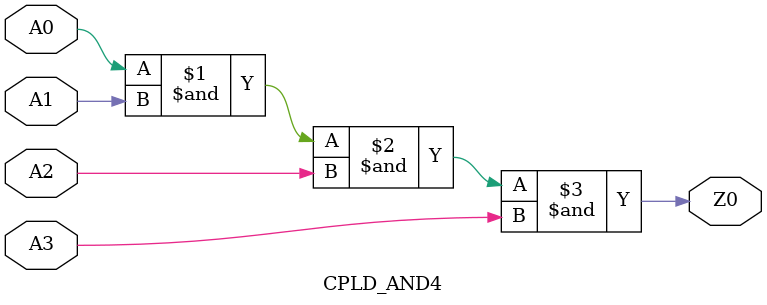
<source format=v>
module CPLD_AND4 (Z0, A0, A1, A2, A3);
    input  A0;
    input  A1;
    input  A2;
    input  A3;

    output  Z0;
    
    and INST1 (Z0, A0, A1, A2, A3);
endmodule

</source>
